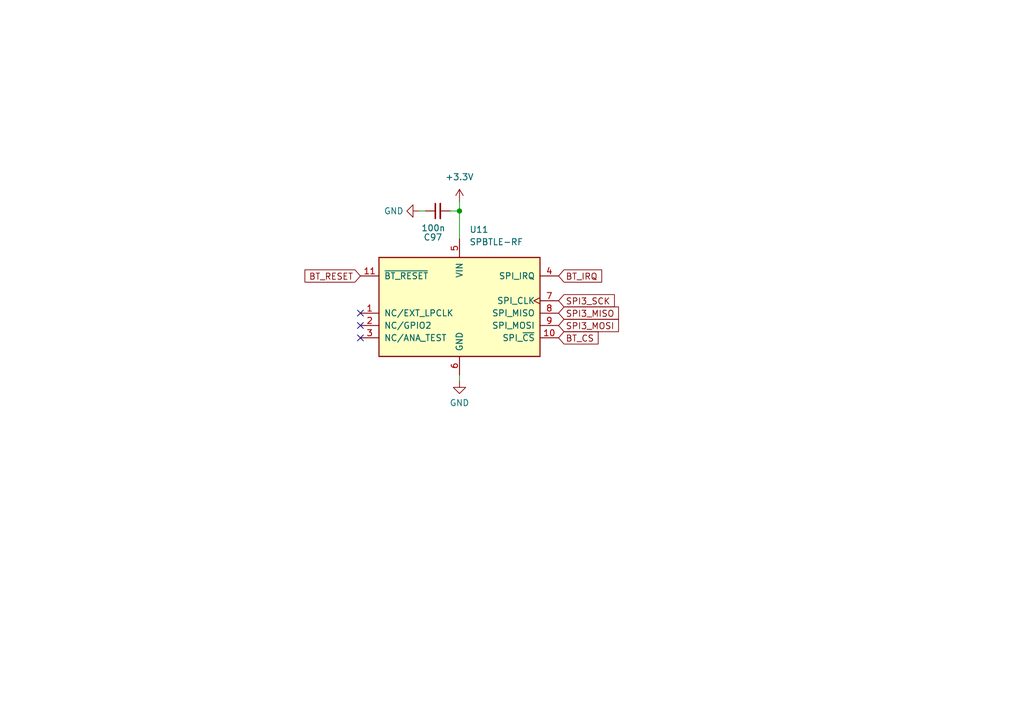
<source format=kicad_sch>
(kicad_sch (version 20211123) (generator eeschema)
  (paper "A5")
  (lib_symbols
    (symbol "Device:C_Small" (pin_numbers hide) (pin_names (offset 0.254) hide)
      (property "Reference" "C" (at 0.254 1.778 0))
      (property "Value" "C_Small" (at 0.254 -2.032 0))
      (symbol "C_Small_0_1"
        (polyline (pts (xy -1.524 -0.508) (xy 1.524 -0.508)) (stroke (width 0.3302)))
        (polyline (pts (xy -1.524 0.508) (xy 1.524 0.508)) (stroke (width 0.3048)))
      )
      (symbol "C_Small_1_1"
        (pin passive line (at 0 2.54 270) (length 2.032) (name "~") (number "1"))
        (pin passive line (at 0 -2.54 90) (length 2.032) (name "~") (number "2"))
      )
    )
    (symbol "RF_Bluetooth:SPBTLE-RF" (pin_names (offset 1.016))
      (property "Reference" "U" (at -13.97 12.7 0))
      (property "Value" "SPBTLE-RF" (at -13.97 10.16 0))
      (symbol "SPBTLE-RF_0_1"
        (rectangle (start -16.51 8.89) (end 16.51 -11.43) (stroke (width 0.254)) (fill (type background)))
      )
      (symbol "SPBTLE-RF_1_1"
        (pin input line (at -20.32 -2.54 0) (length 3.81) (name "NC/EXT_LPCLK") (number "1"))
        (pin input line (at 20.32 -7.62 180) (length 3.81) (name "SPI_~{CS}") (number "10"))
        (pin input line (at -20.32 5.08 0) (length 3.81) (name "~{BT_RESET}") (number "11"))
        (pin bidirectional line (at -20.32 -5.08 0) (length 3.81) (name "NC/GPIO2") (number "2"))
        (pin input line (at -20.32 -7.62 0) (length 3.81) (name "NC/ANA_TEST") (number "3"))
        (pin output line (at 20.32 5.08 180) (length 3.81) (name "SPI_IRQ") (number "4"))
        (pin power_in line (at 0 12.7 270) (length 3.81) (name "VIN") (number "5"))
        (pin power_in line (at 0 -15.24 90) (length 3.81) (name "GND") (number "6"))
        (pin input clock (at 20.32 0 180) (length 3.81) (name "SPI_CLK") (number "7"))
        (pin output line (at 20.32 -2.54 180) (length 3.81) (name "SPI_MISO") (number "8"))
        (pin input line (at 20.32 -5.08 180) (length 3.81) (name "SPI_MOSI") (number "9"))
      )
    )
    (symbol "power:+3.3V" (power) (pin_names (offset 0))
      (property "Value" "+3.3V" (at 0 3.556 0))
      (symbol "+3.3V_0_1"
        (polyline (pts (xy -0.762 1.27) (xy 0 2.54)))
        (polyline (pts (xy 0 0) (xy 0 2.54)))
        (polyline (pts (xy 0 2.54) (xy 0.762 1.27)))
      )
      (symbol "+3.3V_1_1"
        (pin power_in line (at 0 0 90) (length 0) hide (name "+3.3V") (number "1"))
      )
    )
    (symbol "power:GND" (power) (pin_names (offset 0))
      (property "Value" "GND" (at 0 -3.81 0))
      (symbol "GND_0_1"
        (polyline (pts (xy 0 0) (xy 0 -1.27) (xy 1.27 -1.27) (xy 0 -2.54) (xy -1.27 -1.27) (xy 0 -1.27)))
      )
      (symbol "GND_1_1"
        (pin power_in line (at 0 0 270) (length 0) hide (name "GND") (number "1"))
      )
    )
  )
  (junction (at 94.234 43.307))
  (no_connect (at 73.914 64.262))
  (no_connect (at 73.914 66.802))
  (no_connect (at 73.914 69.342))
  (wire (pts (xy 94.234 43.307) (xy 94.234 49.022)))
  (wire (pts (xy 94.234 41.402) (xy 94.234 43.307)))
  (wire (pts (xy 92.329 43.307) (xy 94.234 43.307)))
  (wire (pts (xy 85.979 43.307) (xy 87.249 43.307)))
  (wire (pts (xy 94.234 76.962) (xy 94.234 78.232)))
  (global_label "SPI3_SCK" (shape input) (at 114.554 61.722 0) (property "Intersheet References" "${INTERSHEET_REFS}" (effects hide)))
  (global_label "BT_CS" (shape input) (at 114.554 69.342 0) (property "Intersheet References" "${INTERSHEET_REFS}" (effects hide)))
  (global_label "SPI3_MOSI" (shape input) (at 114.554 66.802 0) (property "Intersheet References" "${INTERSHEET_REFS}" (effects hide)))
  (global_label "BT_RESET" (shape input) (at 73.914 56.642 180) (property "Intersheet References" "${INTERSHEET_REFS}" (effects hide)))
  (global_label "BT_IRQ" (shape input) (at 114.554 56.642 0) (property "Intersheet References" "${INTERSHEET_REFS}" (effects hide)))
  (global_label "SPI3_MISO" (shape input) (at 114.554 64.262 0) (property "Intersheet References" "${INTERSHEET_REFS}" (effects hide)))
  (symbol (lib_id "power:GND") (at 94.234 78.232 0) (unit 1)
    (property "Reference" "#PWR0388" (effects hide))
    (property "Value" "GND" (at 94.234 82.677 0))
  )
  (symbol (lib_id "power:+3.3V") (at 94.234 41.402 0) (unit 1)
    (property "Reference" "#PWR0414" (effects hide))
    (property "Value" "+3.3V" (at 94.234 36.322 0))
  )
  (symbol (lib_id "Device:C_Small") (at 89.789 43.307 90) (unit 1)
    (property "Reference" "C97" (at 90.7415 48.7045 90) (effects (justify left)))
    (property "Value" "100n" (at 91.3765 46.7995 90) (effects (justify left)))
    (property "Footprint" "Capacitor_SMD:C_0402_1005Metric" (effects hide))
  )
  (symbol (lib_id "RF_Bluetooth:SPBTLE-RF") (at 94.234 61.722 0) (unit 1)
    (property "Reference" "U11" (at 96.2534 47.117 0) (effects (justify left)))
    (property "Value" "SPBTLE-RF" (at 96.2534 49.657 0) (effects (justify left)))
    (property "Footprint" "PDMS_Additional:XCVR_SPBTLE-RF" (effects hide))
    (property "Datasheet" "http://www.st.com/resource/en/datasheet/spbtle-rf.pdf" (effects hide))
  )
  (symbol (lib_id "power:GND") (at 85.979 43.307 270) (unit 1)
    (property "Reference" "#PWR0415" (effects hide))
    (property "Value" "GND" (at 82.804 43.3069 90) (effects (justify right)))
  )
)
</source>
